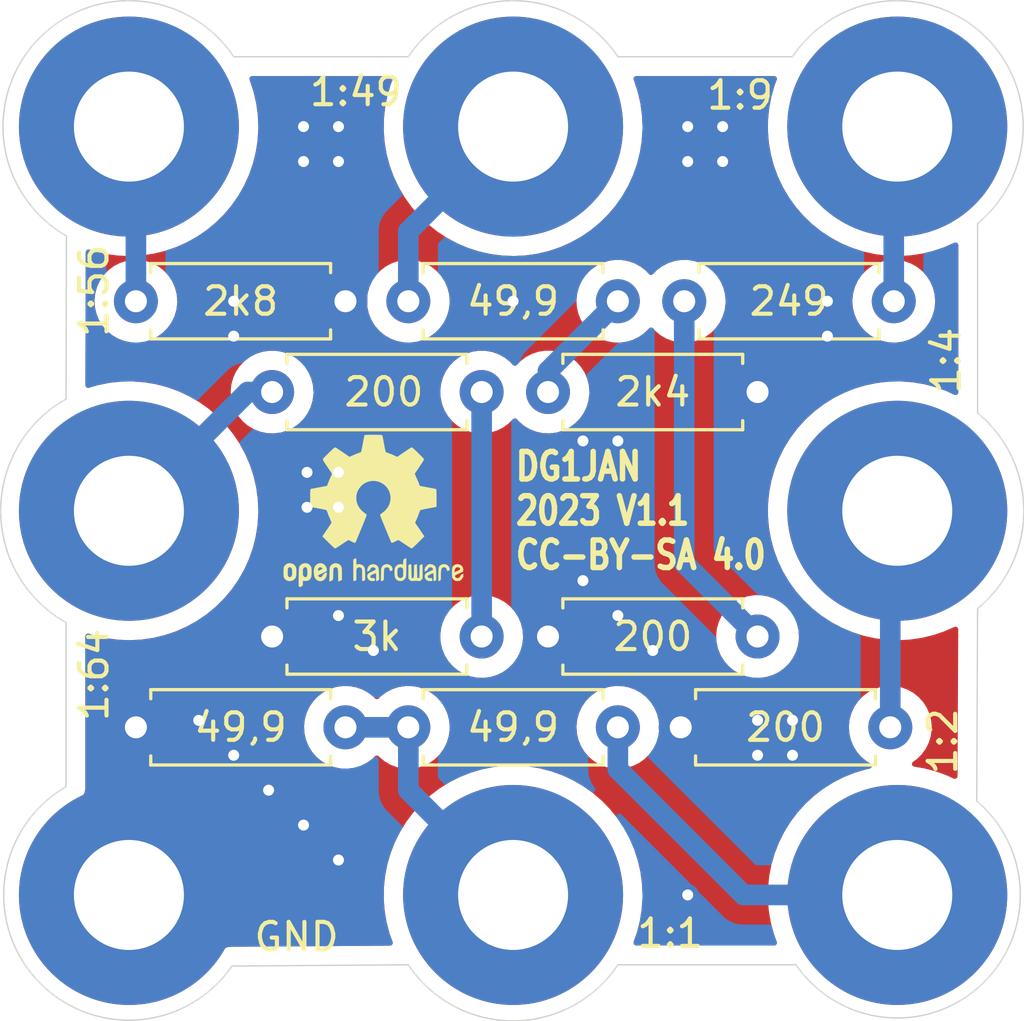
<source format=kicad_pcb>
(kicad_pcb (version 20211014) (generator pcbnew)
  (layers (0 "F.Cu" signal) (31 "B.Cu" signal) (34 "B.Paste" user) (35 "F.Paste" user) (36 "B.SilkS" user "B.Silkscreen") (37 "F.SilkS" user "F.Silkscreen") (38 "B.Mask" user) (39 "F.Mask" user) (44 "Edge.Cuts" user))
  (net 0 "")
  (net 1 "Net-(H1-Pad1)")
  (net 2 "Net-(H2-Pad1)")
  (net 3 "Net-(H3-Pad1)")
  (net 4 "Net-(H4-Pad1)")
  (net 5 "Net-(H5-Pad1)")
  (net 6 "Net-(H6-Pad1)")
  (net 7 "Net-(H7-Pad1)")
  (net 8 "Net-(H8-Pad1)")
  (net 9 "Net-(R4-Pad1)")
  (net 10 "Net-(R6-Pad1)")
  (net 11 "Net-(R10-Pad2)")
  (footprint "MountingHole:MountingHole_4mm_Pad" (layer "F.Cu") (at 77.47 116.84)
    (fp_text reference "1:1" (at 5.715 1.397 180) (layer "F.SilkS"))
    (fp_text value "1:1")
    (pad "1" thru_hole circle locked (at 0 0) (size 8 8) (drill 4) (layers *.Cu *.Mask) (net 2 "Net-(H2-Pad1)"))
  )
  (footprint "MountingHole:MountingHole_4mm_Pad" (layer "F.Cu") (at 91.44 116.84)
    (fp_text reference "1:2" (at 1.651 -5.588 90) (layer "F.SilkS"))
    (fp_text value "1:2")
    (pad "1" thru_hole circle locked (at 0 0) (size 8 8) (drill 4) (layers *.Cu *.Mask) (net 3 "Net-(H3-Pad1)"))
  )
  (footprint "MountingHole:MountingHole_4mm_Pad" (layer "F.Cu") (at 77.47 88.9)
    (fp_text reference "1:49" (at -5.715 -1.27) (layer "F.SilkS"))
    (fp_text value "1:49")
    (pad "1" thru_hole circle locked (at 0 0) (size 8 8) (drill 4) (layers *.Cu *.Mask) (net 6 "Net-(H6-Pad1)"))
  )
  (footprint "MountingHole:MountingHole_4mm_Pad" (layer "F.Cu") (at 91.44 88.9)
    (fp_text reference "1:9" (at -5.715 -1.143) (layer "F.SilkS"))
    (fp_text value "1:9")
    (pad "1" thru_hole circle locked (at 0 0) (size 8 8) (drill 4) (layers *.Cu *.Mask) (net 5 "Net-(H5-Pad1)"))
  )
  (footprint "MountingHole:MountingHole_4mm_Pad" (layer "F.Cu") (at 63.5 88.9)
    (fp_text reference "1:56" (at -1.27 5.969 -90) (layer "F.SilkS"))
    (fp_text value "1:56")
    (pad "1" thru_hole circle locked (at 0 0) (size 8 8) (drill 4) (layers *.Cu *.Mask) (net 7 "Net-(H7-Pad1)"))
  )
  (footprint "MountingHole:MountingHole_4mm_Pad" (layer "F.Cu") (at 63.5 102.87)
    (fp_text reference "1:64" (at -1.27 5.969 -90) (layer "F.SilkS"))
    (fp_text value "1:64")
    (pad "1" thru_hole circle locked (at 0 0) (size 8 8) (drill 4) (layers *.Cu *.Mask) (net 8 "Net-(H8-Pad1)"))
  )
  (footprint "MountingHole:MountingHole_4mm_Pad" (layer "F.Cu") (at 63.5 116.84)
    (fp_text reference "GND" (at 6.096 1.524 180) (layer "F.SilkS"))
    (fp_text value "GND")
    (pad "1" thru_hole circle locked (at 0 0) (size 8 8) (drill 4) (layers *.Cu *.Mask) (net 1 "Net-(H1-Pad1)"))
  )
  (footprint "MountingHole:MountingHole_4mm_Pad" (layer "F.Cu") (at 91.44 102.87)
    (fp_text reference "1:4" (at 1.778 -5.461 90) (layer "F.SilkS"))
    (fp_text value "1:4")
    (pad "1" thru_hole circle locked (at 0 0) (size 8 8) (drill 4) (layers *.Cu *.Mask) (net 4 "Net-(H4-Pad1)"))
  )
  (footprint "Resistor_THT:R_Axial_DIN0207_L6.3mm_D2.5mm_P7.62mm_Horizontal" (layer "F.Cu") (at 86.36 107.442 180)
    (fp_text reference "R4" hide)
    (fp_text value "200" (at 3.81 0) (layer "F.SilkS"))
    (fp_line (start 0.54 -1.37) (end 7.08 -1.37) (layer "F.SilkS") (width 0.12))
    (fp_line (start 7.08 1.37) (end 7.08 1.04) (layer "F.SilkS") (width 0.12))
    (fp_line (start 0.54 1.37) (end 7.08 1.37) (layer "F.SilkS") (width 0.12))
    (fp_line (start 7.08 -1.37) (end 7.08 -1.04) (layer "F.SilkS") (width 0.12))
    (fp_line (start 0.54 -1.04) (end 0.54 -1.37) (layer "F.SilkS") (width 0.12))
    (fp_line (start 0.54 1.04) (end 0.54 1.37) (layer "F.SilkS") (width 0.12))
    (pad "1" thru_hole circle locked (at 0 0 180) (size 1.6 1.6) (drill 0.8) (layers *.Cu *.Mask) (net 9 "Net-(R4-Pad1)"))
    (pad "2" thru_hole oval locked (at 7.62 0 180) (size 1.6 1.6) (drill 0.8) (layers *.Cu *.Mask) (net 1 "Net-(H1-Pad1)"))
  )
  (footprint "Resistor_THT:R_Axial_DIN0207_L6.3mm_D2.5mm_P7.62mm_Horizontal" (layer "F.Cu") (at 71.374 110.744 180)
    (fp_text reference "R1" hide)
    (fp_text value "49,9" (at 3.81 0) (layer "F.SilkS"))
    (fp_line (start 0.54 1.04) (end 0.54 1.37) (layer "F.SilkS") (width 0.12))
    (fp_line (start 7.08 -1.37) (end 7.08 -1.04) (layer "F.SilkS") (width 0.12))
    (fp_line (start 0.54 -1.37) (end 7.08 -1.37) (layer "F.SilkS") (width 0.12))
    (fp_line (start 7.08 1.37) (end 7.08 1.04) (layer "F.SilkS") (width 0.12))
    (fp_line (start 0.54 1.37) (end 7.08 1.37) (layer "F.SilkS") (width 0.12))
    (fp_line (start 0.54 -1.04) (end 0.54 -1.37) (layer "F.SilkS") (width 0.12))
    (pad "1" thru_hole circle locked (at 0 0 180) (size 1.6 1.6) (drill 0.8) (layers *.Cu *.Mask) (net 2 "Net-(H2-Pad1)"))
    (pad "2" thru_hole oval locked (at 7.62 0 180) (size 1.6 1.6) (drill 0.8) (layers *.Cu *.Mask) (net 1 "Net-(H1-Pad1)"))
  )
  (footprint "Resistor_THT:R_Axial_DIN0207_L6.3mm_D2.5mm_P7.62mm_Horizontal" (layer "F.Cu") (at 91.313 95.25 180)
    (fp_text reference "R5" hide)
    (fp_text value "249" (at 3.81 0) (layer "F.SilkS"))
    (fp_line (start 0.54 -1.37) (end 7.08 -1.37) (layer "F.SilkS") (width 0.12))
    (fp_line (start 0.54 1.04) (end 0.54 1.37) (layer "F.SilkS") (width 0.12))
    (fp_line (start 7.08 -1.37) (end 7.08 -1.04) (layer "F.SilkS") (width 0.12))
    (fp_line (start 7.08 1.37) (end 7.08 1.04) (layer "F.SilkS") (width 0.12))
    (fp_line (start 0.54 -1.04) (end 0.54 -1.37) (layer "F.SilkS") (width 0.12))
    (fp_line (start 0.54 1.37) (end 7.08 1.37) (layer "F.SilkS") (width 0.12))
    (pad "1" thru_hole circle locked (at 0 0 180) (size 1.6 1.6) (drill 0.8) (layers *.Cu *.Mask) (net 5 "Net-(H5-Pad1)"))
    (pad "2" thru_hole oval locked (at 7.62 0 180) (size 1.6 1.6) (drill 0.8) (layers *.Cu *.Mask) (net 9 "Net-(R4-Pad1)"))
  )
  (footprint "Resistor_THT:R_Axial_DIN0207_L6.3mm_D2.5mm_P7.62mm_Horizontal" (layer "F.Cu") (at 78.74 98.552)
    (fp_text reference "R6" hide)
    (fp_text value "2k4" (at 3.81 0) (layer "F.SilkS"))
    (fp_line (start 7.08 1.37) (end 7.08 1.04) (layer "F.SilkS") (width 0.12))
    (fp_line (start 7.08 -1.37) (end 7.08 -1.04) (layer "F.SilkS") (width 0.12))
    (fp_line (start 0.54 -1.04) (end 0.54 -1.37) (layer "F.SilkS") (width 0.12))
    (fp_line (start 0.54 1.04) (end 0.54 1.37) (layer "F.SilkS") (width 0.12))
    (fp_line (start 0.54 -1.37) (end 7.08 -1.37) (layer "F.SilkS") (width 0.12))
    (fp_line (start 0.54 1.37) (end 7.08 1.37) (layer "F.SilkS") (width 0.12))
    (pad "1" thru_hole circle locked (at 0 0) (size 1.6 1.6) (drill 0.8) (layers *.Cu *.Mask) (net 10 "Net-(R6-Pad1)"))
    (pad "2" thru_hole oval locked (at 7.62 0) (size 1.6 1.6) (drill 0.8) (layers *.Cu *.Mask) (net 1 "Net-(H1-Pad1)"))
  )
  (footprint "Resistor_THT:R_Axial_DIN0207_L6.3mm_D2.5mm_P7.62mm_Horizontal" (layer "F.Cu") (at 73.66 95.25)
    (fp_text reference "R7" hide)
    (fp_text value "49,9" (at 3.81 0) (layer "F.SilkS"))
    (fp_line (start 0.54 1.37) (end 7.08 1.37) (layer "F.SilkS") (width 0.12))
    (fp_line (start 0.54 -1.37) (end 7.08 -1.37) (layer "F.SilkS") (width 0.12))
    (fp_line (start 0.54 1.04) (end 0.54 1.37) (layer "F.SilkS") (width 0.12))
    (fp_line (start 7.08 -1.37) (end 7.08 -1.04) (layer "F.SilkS") (width 0.12))
    (fp_line (start 0.54 -1.04) (end 0.54 -1.37) (layer "F.SilkS") (width 0.12))
    (fp_line (start 7.08 1.37) (end 7.08 1.04) (layer "F.SilkS") (width 0.12))
    (pad "1" thru_hole circle locked (at 0 0) (size 1.6 1.6) (drill 0.8) (layers *.Cu *.Mask) (net 6 "Net-(H6-Pad1)"))
    (pad "2" thru_hole oval locked (at 7.62 0) (size 1.6 1.6) (drill 0.8) (layers *.Cu *.Mask) (net 10 "Net-(R6-Pad1)"))
  )
  (footprint "Resistor_THT:R_Axial_DIN0207_L6.3mm_D2.5mm_P7.62mm_Horizontal" (layer "F.Cu") (at 63.754 95.25)
    (fp_text reference "R8" hide)
    (fp_text value "2k8" (at 3.81 0) (layer "F.SilkS"))
    (fp_line (start 0.54 -1.37) (end 7.08 -1.37) (layer "F.SilkS") (width 0.12))
    (fp_line (start 0.54 1.37) (end 7.08 1.37) (layer "F.SilkS") (width 0.12))
    (fp_line (start 7.08 -1.37) (end 7.08 -1.04) (layer "F.SilkS") (width 0.12))
    (fp_line (start 0.54 1.04) (end 0.54 1.37) (layer "F.SilkS") (width 0.12))
    (fp_line (start 7.08 1.37) (end 7.08 1.04) (layer "F.SilkS") (width 0.12))
    (fp_line (start 0.54 -1.04) (end 0.54 -1.37) (layer "F.SilkS") (width 0.12))
    (pad "1" thru_hole circle locked (at 0 0) (size 1.6 1.6) (drill 0.8) (layers *.Cu *.Mask) (net 7 "Net-(H7-Pad1)"))
    (pad "2" thru_hole oval locked (at 7.62 0) (size 1.6 1.6) (drill 0.8) (layers *.Cu *.Mask) (net 1 "Net-(H1-Pad1)"))
  )
  (footprint "Resistor_THT:R_Axial_DIN0207_L6.3mm_D2.5mm_P7.62mm_Horizontal" (layer "F.Cu") (at 76.327 107.442 180)
    (fp_text reference "R9" hide)
    (fp_text value "3k" (at 3.81 0) (layer "F.SilkS"))
    (fp_line (start 7.08 -1.37) (end 7.08 -1.04) (layer "F.SilkS") (width 0.12))
    (fp_line (start 7.08 1.37) (end 7.08 1.04) (layer "F.SilkS") (width 0.12))
    (fp_line (start 0.54 1.04) (end 0.54 1.37) (layer "F.SilkS") (width 0.12))
    (fp_line (start 0.54 1.37) (end 7.08 1.37) (layer "F.SilkS") (width 0.12))
    (fp_line (start 0.54 -1.37) (end 7.08 -1.37) (layer "F.SilkS") (width 0.12))
    (fp_line (start 0.54 -1.04) (end 0.54 -1.37) (layer "F.SilkS") (width 0.12))
    (pad "1" thru_hole circle locked (at 0 0 180) (size 1.6 1.6) (drill 0.8) (layers *.Cu *.Mask) (net 11 "Net-(R10-Pad2)"))
    (pad "2" thru_hole oval locked (at 7.62 0 180) (size 1.6 1.6) (drill 0.8) (layers *.Cu *.Mask) (net 1 "Net-(H1-Pad1)"))
  )
  (footprint "Resistor_THT:R_Axial_DIN0207_L6.3mm_D2.5mm_P7.62mm_Horizontal" (layer "F.Cu") (at 91.186 110.744 180)
    (fp_text reference "R3" hide)
    (fp_text value "200" (at 3.81 0) (layer "F.SilkS"))
    (fp_line (start 0.54 -1.37) (end 7.08 -1.37) (layer "F.SilkS") (width 0.12))
    (fp_line (start 0.54 1.37) (end 7.08 1.37) (layer "F.SilkS") (width 0.12))
    (fp_line (start 7.08 -1.37) (end 7.08 -1.04) (layer "F.SilkS") (width 0.12))
    (fp_line (start 7.08 1.37) (end 7.08 1.04) (layer "F.SilkS") (width 0.12))
    (fp_line (start 0.54 1.04) (end 0.54 1.37) (layer "F.SilkS") (width 0.12))
    (fp_line (start 0.54 -1.04) (end 0.54 -1.37) (layer "F.SilkS") (width 0.12))
    (pad "1" thru_hole circle locked (at 0 0 180) (size 1.6 1.6) (drill 0.8) (layers *.Cu *.Mask) (net 4 "Net-(H4-Pad1)"))
    (pad "2" thru_hole oval locked (at 7.62 0 180) (size 1.6 1.6) (drill 0.8) (layers *.Cu *.Mask) (net 1 "Net-(H1-Pad1)"))
  )
  (footprint "Resistor_THT:R_Axial_DIN0207_L6.3mm_D2.5mm_P7.62mm_Horizontal" (layer "F.Cu") (at 81.28 110.744 180)
    (fp_text reference "R2" hide)
    (fp_text value "49,9" (at 3.81 0) (layer "F.SilkS"))
    (fp_line (start 7.08 1.37) (end 7.08 1.04) (layer "F.SilkS") (width 0.12))
    (fp_line (start 0.54 1.37) (end 7.08 1.37) (layer "F.SilkS") (width 0.12))
    (fp_line (start 0.54 -1.37) (end 7.08 -1.37) (layer "F.SilkS") (width 0.12))
    (fp_line (start 0.54 1.04) (end 0.54 1.37) (layer "F.SilkS") (width 0.12))
    (fp_line (start 7.08 -1.37) (end 7.08 -1.04) (layer "F.SilkS") (width 0.12))
    (fp_line (start 0.54 -1.04) (end 0.54 -1.37) (layer "F.SilkS") (width 0.12))
    (pad "1" thru_hole circle locked (at 0 0 180) (size 1.6 1.6) (drill 0.8) (layers *.Cu *.Mask) (net 3 "Net-(H3-Pad1)"))
    (pad "2" thru_hole oval locked (at 7.62 0 180) (size 1.6 1.6) (drill 0.8) (layers *.Cu *.Mask) (net 2 "Net-(H2-Pad1)"))
  )
  (footprint "Resistor_THT:R_Axial_DIN0207_L6.3mm_D2.5mm_P7.62mm_Horizontal" (layer "F.Cu") (at 68.707 98.552)
    (fp_text reference "R10" hide)
    (fp_text value "200" (at 4.064 0) (layer "F.SilkS"))
    (fp_line (start 0.54 1.37) (end 7.08 1.37) (layer "F.SilkS") (width 0.12))
    (fp_line (start 0.54 -1.37) (end 7.08 -1.37) (layer "F.SilkS") (width 0.12))
    (fp_line (start 7.08 -1.37) (end 7.08 -1.04) (layer "F.SilkS") (width 0.12))
    (fp_line (start 7.08 1.37) (end 7.08 1.04) (layer "F.SilkS") (width 0.12))
    (fp_line (start 0.54 1.04) (end 0.54 1.37) (layer "F.SilkS") (width 0.12))
    (fp_line (start 0.54 -1.04) (end 0.54 -1.37) (layer "F.SilkS") (width 0.12))
    (pad "1" thru_hole circle locked (at 0 0) (size 1.6 1.6) (drill 0.8) (layers *.Cu *.Mask) (net 8 "Net-(H8-Pad1)"))
    (pad "2" thru_hole oval locked (at 7.62 0) (size 1.6 1.6) (drill 0.8) (layers *.Cu *.Mask) (net 11 "Net-(R10-Pad2)"))
  )
  (footprint "Symbol:OSHW-Logo2_7.3x6mm_SilkScreen" (layer "F.Cu") (at 72.39 102.87)
    (fp_text reference "REF**" hide)
    (fp_text value "OSHW-Logo2_7.3x6mm_SilkScreen" hide)
    (fp_poly (pts (xy -1.831697 1.931239) (xy -1.774473 1.969735) (xy -1.730251 2.025335) (xy -1.703833 2.096086) (xy -1.69849 2.148162) (xy -1.699097 2.169893) (xy -1.704178 2.186531) (xy -1.718145 2.201437) (xy -1.745411 2.217973) (xy -1.790388 2.239498) (xy -1.857489 2.269374) (xy -1.857829 2.269524) (xy -1.919593 2.297813) (xy -1.970241 2.322933) (xy -2.004596 2.342179) (xy -2.017482 2.352848) (xy -2.017486 2.352934) (xy -2.006128 2.376166) (xy -1.979569 2.401774) (xy -1.949077 2.420221) (xy -1.93363 2.423886) (xy -1.891485 2.411212) (xy -1.855192 2.379471) (xy -1.837483 2.344572) (xy -1.820448 2.318845) (xy -1.787078 2.289546) (xy -1.747851 2.264235) (xy -1.713244 2.250471) (xy -1.706007 2.249714) (xy -1.697861 2.26216) (xy -1.69737 2.293972) (xy -1.703357 2.336866) (xy -1.714643 2.382558) (xy -1.73005 2.422761) (xy -1.730829 2.424322) (xy -1.777196 2.489062) (xy -1.837289 2.533097) (xy -1.905535 2.554711) (xy -1.976362 2.552185) (xy -2.044196 2.523804) (xy -2.047212 2.521808) (xy -2.100573 2.473448) (xy -2.13566 2.410352) (xy -2.155078 2.327387) (xy -2.157684 2.304078) (xy -2.162299 2.194055) (xy -2.156767 2.142748) (xy -2.017486 2.142748) (xy -2.015676 2.174753) (xy -2.005778 2.184093) (xy -1.981102 2.177105) (xy -1.942205 2.160587) (xy -1.898725 2.139881) (xy -1.897644 2.139333) (xy -1.860791 2.119949) (xy -1.846 2.107013) (xy -1.849647 2.093451) (xy -1.865005 2.075632) (xy -1.904077 2.049845) (xy -1.946154 2.04795) (xy -1.983897 2.066717) (xy -2.009966 2.102915) (xy -2.017486 2.142748) (xy -2.156767 2.142748) (xy -2.152806 2.106027) (xy -2.12845 2.036212) (xy -2.094544 1.987302) (xy -2.033347 1.937878) (xy -1.965937 1.913359) (xy -1.89712 1.911797) (xy -1.831697 1.931239)) (layer "F.SilkS") (width 0.01) (fill solid))
    (fp_poly (pts (xy 2.6526 1.958752) (xy 2.669948 1.966334) (xy 2.711356 1.999128) (xy 2.746765 2.046547) (xy 2.768664 2.097151) (xy 2.772229 2.122098) (xy 2.760279 2.156927) (xy 2.734067 2.175357) (xy 2.705964 2.186516) (xy 2.693095 2.188572) (xy 2.686829 2.173649) (xy 2.674456 2.141175) (xy 2.669028 2.126502) (xy 2.63859 2.075744) (xy 2.59452 2.050427) (xy 2.53801 2.051206) (xy 2.533825 2.052203) (xy 2.503655 2.066507) (xy 2.481476 2.094393) (xy 2.466327 2.139287) (xy 2.45725 2.204615) (xy 2.453286 2.293804) (xy 2.452914 2.341261) (xy 2.45273 2.416071) (xy 2.451522 2.467069) (xy 2.448309 2.499471) (xy 2.442109 2.518495) (xy 2.43194 2.529356) (xy 2.416819 2.537272) (xy 2.415946 2.53767) (xy 2.386828 2.549981) (xy 2.372403 2.554514) (xy 2.370186 2.540809) (xy 2.368289 2.502925) (xy 2.366847 2.445715) (xy 2.365998 2.374027) (xy 2.365829 2.321565) (xy 2.366692 2.220047) (xy 2.37007 2.143032) (xy 2.377142 2.086023) (xy 2.389088 2.044526) (xy 2.40709 2.014043) (xy 2.432327 1.99008) (xy 2.457247 1.973355) (xy 2.517171 1.951097) (xy 2.586911 1.946076) (xy 2.6526 1.958752)) (layer "F.SilkS") (width 0.01) (fill solid))
    (fp_poly (pts (xy 0.039744 1.950968) (xy 0.096616 1.972087) (xy 0.097267 1.972493) (xy 0.13244 1.99838) (xy 0.158407 2.028633) (xy 0.17667 2.068058) (xy 0.188732 2.121462) (xy 0.196096 2.193651) (xy 0.200264 2.289432) (xy 0.200629 2.303078) (xy 0.205876 2.508842) (xy 0.161716 2.531678) (xy 0.129763 2.54711) (xy 0.11047 2.554423) (xy 0.109578 2.554514) (xy 0.106239 2.541022) (xy 0.103587 2.504626) (xy 0.101956 2.451452) (xy 0.1016 2.408393) (xy 0.101592 2.338641) (xy 0.098403 2.294837) (xy 0.087288 2.273944) (xy 0.063501 2.272925) (xy 0.022296 2.288741) (xy -0.039914 2.317815) (xy -0.085659 2.341963) (xy -0.109187 2.362913) (xy -0.116104 2.385747) (xy -0.116114 2.386877) (xy -0.104701 2.426212) (xy -0.070908 2.447462) (xy -0.019191 2.450539) (xy 0.018061 2.450006) (xy 0.037703 2.460735) (xy 0.049952 2.486505) (xy 0.057002 2.519337) (xy 0.046842 2.537966) (xy 0.043017 2.540632) (xy 0.007001 2.55134) (xy -0.043434 2.552856) (xy -0.095374 2.545759) (xy -0.132178 2.532788) (xy -0.183062 2.489585) (xy -0.211986 2.429446) (xy -0.217714 2.382462) (xy -0.213343 2.340082) (xy -0.197525 2.305488) (xy -0.166203 2.274763) (xy -0.115322 2.24399) (xy -0.040824 2.209252) (xy -0.036286 2.207288) (xy 0.030821 2.176287) (xy 0.072232 2.150862) (xy 0.089981 2.128014) (xy 0.086107 2.104745) (xy 0.062643 2.078056) (xy 0.055627 2.071914) (xy 0.00863 2.0481) (xy -0.040067 2.049103) (xy -0.082478 2.072451) (xy -0.110616 2.115675) (xy -0.113231 2.12416) (xy -0.138692 2.165308) (xy -0.170999 2.185128) (xy -0.217714 2.20477) (xy -0.217714 2.15395) (xy -0.203504 2.080082) (xy -0.161325 2.012327) (xy -0.139376 1.989661) (xy -0.089483 1.960569) (xy -0.026033 1.9474) (xy 0.039744 1.950968)) (layer "F.SilkS") (width 0.01) (fill solid))
    (fp_poly (pts (xy 3.153595 1.966966) (xy 3.211021 2.004497) (xy 3.238719 2.038096) (xy 3.260662 2.099064) (xy 3.262405 2.147308) (xy 3.258457 2.211816) (xy 3.109686 2.276934) (xy 3.037349 2.310202) (xy 2.990084 2.336964) (xy 2.965507 2.360144) (xy 2.961237 2.382667) (xy 2.974889 2.407455) (xy 2.989943 2.423886) (xy 3.033746 2.450235) (xy 3.081389 2.452081) (xy 3.125145 2.431546) (xy 3.157289 2.390752) (xy 3.163038 2.376347) (xy 3.190576 2.331356) (xy 3.222258 2.312182) (xy 3.265714 2.295779) (xy 3.265714 2.357966) (xy 3.261872 2.400283) (xy 3.246823 2.435969) (xy 3.21528 2.476943) (xy 3.210592 2.482267) (xy 3.175506 2.51872) (xy 3.145347 2.538283) (xy 3.107615 2.547283) (xy 3.076335 2.55023) (xy 3.020385 2.550965) (xy 2.980555 2.54166) (xy 2.955708 2.527846) (xy 2.916656 2.497467) (xy 2.889625 2.464613) (xy 2.872517 2.423294) (xy 2.863238 2.367521) (xy 2.859693 2.291305) (xy 2.85941 2.252622) (xy 2.860372 2.206247) (xy 2.948007 2.206247) (xy 2.949023 2.231126) (xy 2.951556 2.2352) (xy 2.968274 2.229665) (xy 3.004249 2.215017) (xy 3.052331 2.19419) (xy 3.062386 2.189714) (xy 3.123152 2.158814) (xy 3.156632 2.131657) (xy 3.16399 2.10622) (xy 3.146391 2.080481) (xy 3.131856 2.069109) (xy 3.07941 2.046364) (xy 3.030322 2.050122) (xy 2.989227 2.077884) (xy 2.960758 2.127152) (xy 2.951631 2.166257) (xy 2.948007 2.206247) (xy 2.860372 2.206247) (xy 2.861285 2.162249) (xy 2.868196 2.095384) (xy 2.881884 2.046695) (xy 2.904096 2.010849) (xy 2.936574 1.982513) (xy 2.950733 1.973355) (xy 3.015053 1.949507) (xy 3.085473 1.948006) (xy 3.153595 1.966966)) (layer "F.SilkS") (width 0.01) (fill solid))
    (fp_poly (pts (xy 0.10391 -2.757652) (xy 0.182454 -2.757222) (xy 0.239298 -2.756058) (xy 0.278105 -2.753793) (xy 0.302538 -2.75006) (xy 0.316262 -2.744494) (xy 0.32294 -2.736727) (xy 0.326236 -2.726395) (xy 0.326556 -2.725057) (xy 0.331562 -2.700921) (xy 0.340829 -2.653299) (xy 0.353392 -2.587259) (xy 0.368287 -2.507872) (xy 0.384551 -2.420204) (xy 0.385119 -2.417125) (xy 0.40141 -2.331211) (xy 0.416652 -2.255304) (xy 0.429861 -2.193955) (xy 0.440054 -2.151718) (xy 0.446248 -2.133145) (xy 0.446543 -2.132816) (xy 0.464788 -2.123747) (xy 0.502405 -2.108633) (xy 0.551271 -2.090738) (xy 0.551543 -2.090642) (xy 0.613093 -2.067507) (xy 0.685657 -2.038035) (xy 0.754057 -2.008403) (xy 0.757294 -2.006938) (xy 0.868702 -1.956374) (xy 1.115399 -2.12484) (xy 1.191077 -2.176197) (xy 1.259631 -2.222111) (xy 1.317088 -2.25997) (xy 1.359476 -2.287163) (xy 1.382825 -2.301079) (xy 1.385042 -2.302111) (xy 1.40201 -2.297516) (xy 1.433701 -2.275345) (xy 1.481352 -2.234553) (xy 1.546198 -2.174095) (xy 1.612397 -2.109773) (xy 1.676214 -2.046388) (xy 1.733329 -1.988549) (xy 1.780305 -1.939825) (xy 1.813703 -1.90379) (xy 1.830085 -1.884016) (xy 1.830694 -1.882998) (xy 1.832505 -1.869428) (xy 1.825683 -1.847267) (xy 1.80854 -1.813522) (xy 1.779393 -1.7652) (xy 1.736555 -1.699308) (xy 1.679448 -1.614483) (xy 1.628766 -1.539823) (xy 1.583461 -1.47286) (xy 1.54615 -1.417484) (xy 1.519452 -1.37758) (xy 1.505985 -1.357038) (xy 1.505137 -1.355644) (xy 1.506781 -1.335962) (xy 1.519245 -1.297707) (xy 1.540048 -1.248111) (xy 1.547462 -1.232272) (xy 1.579814 -1.16171) (xy 1.614328 -1.081647) (xy 1.642365 -1.012371) (xy 1.662568 -0.960955) (xy 1.678615 -0.921881) (xy 1.687888 -0.901459) (xy 1.689041 -0.899886) (xy 1.706096 -0.897279) (xy 1.746298 -0.890137) (xy 1.804302 -0.879477) (xy 1.874763 -0.866315) (xy 1.952335 -0.851667) (xy 2.031672 -0.836551) (xy 2.107431 -0.821982) (xy 2.174264 -0.808978) (xy 2.226828 -0.798555) (xy 2.259776 -0.79173) (xy 2.267857 -0.789801) (xy 2.276205 -0.785038) (xy 2.282506 -0.774282) (xy 2.287045 -0.753902) (xy 2.290104 -0.720266) (xy 2.291967 -0.669745) (xy 2.292918 -0.598708) (xy 2.29324 -0.503524) (xy 2.293257 -0.464508) (xy 2.293257 -0.147201) (xy 2.217057 -0.132161) (xy 2.174663 -0.124005) (xy 2.1114 -0.112101) (xy 2.034962 -0.097884) (xy 1.953043 -0.08279) (xy 1.9304 -0.078645) (xy 1.854806 -0.063947) (xy 1.788953 -0.049495) (xy 1.738366 -0.036625) (xy 1.708574 -0.026678) (xy 1.703612 -0.023713) (xy 1.691426 -0.002717) (xy 1.673953 0.037967) (xy 1.654577 0.090322) (xy 1.650734 0.1016) (xy 1.625339 0.171523) (xy 1.593817 0.250418) (xy 1.562969 0.321266) (xy 1.562817 0.321595) (xy 1.511447 0.432733) (xy 1.680399 0.681253) (xy 1.849352 0.929772) (xy 1.632429 1.147058) (xy 1.566819 1.211726) (xy 1.506979 1.268733) (xy 1.456267 1.315033) (xy 1.418046 1.347584) (xy 1.395675 1.363343) (xy 1.392466 1.364343) (xy 1.373626 1.356469) (xy 1.33518 1.334578) (xy 1.28133 1.301267) (xy 1.216276 1.259131) (xy 1.14594 1.211943) (xy 1.074555 1.16381) (xy 1.010908 1.121928) (xy 0.959041 1.088871) (xy 0.922995 1.067218) (xy 0.906867 1.059543) (xy 0.887189 1.066037) (xy 0.849875 1.08315) (xy 0.802621 1.107326) (xy 0.797612 1.110013) (xy 0.733977 1.141927) (xy 0.690341 1.157579) (xy 0.663202 1.157745) (xy 0.649057 1.143204) (xy 0.648975 1.143) (xy 0.641905 1.125779) (xy 0.625042 1.084899) (xy 0.599695 1.023525) (xy 0.567171 0.944819) (xy 0.528778 0.851947) (xy 0.485822 0.748072) (xy 0.444222 0.647502) (xy 0.398504 0.536516) (xy 0.356526 0.433703) (xy 0.319548 0.342215) (xy 0.288827 0.265201) (xy 0.265622 0.205815) (xy 0.25119 0.167209) (xy 0.246743 0.1528) (xy 0.257896 0.136272) (xy 0.287069 0.10993) (xy 0.325971 0.080887) (xy 0.436757 -0.010961) (xy 0.523351 -0.116241) (xy 0.584716 -0.232734) (xy 0.619815 -0.358224) (xy 0.627608 -0.490493) (xy 0.621943 -0.551543) (xy 0.591078 -0.678205) (xy 0.53792 -0.790059) (xy 0.465767 -0.885999) (xy 0.377917 -0.964924) (xy 0.277665 -1.02573) (xy 0.16831 -1.067313) (xy 0.053147 -1.088572) (xy -0.064525 -1.088401) (xy -0.18141 -1.065699) (xy -0.294211 -1.019362) (xy -0.399631 -0.948287) (xy -0.443632 -0.908089) (xy -0.528021 -0.804871) (xy -0.586778 -0.692075) (xy -0.620296 -0.57299) (xy -0.628965 -0.450905) (xy -0.613177 -0.329107) (xy -0.573322 -0.210884) (xy -0.509793 -0.099525) (xy -0.422979 0.001684) (xy -0.325971 0.080887) (xy -0.285563 0.111162) (xy -0.257018 0.137219) (xy -0.246743 0.152825) (xy -0.252123 0.169843) (xy -0.267425 0.2105) (xy -0.291388 0.271642) (xy -0.322756 0.350119) (xy -0.360268 0.44278) (xy -0.402667 0.546472) (xy -0.444337 0.647526) (xy -0.49031 0.758607) (xy -0.532893 0.861541) (xy -0.570779 0.953165) (xy -0.60266 1.030316) (xy -0.627229 1.089831) (xy -0.64318 1.128544) (xy -0.64909 1.143) (xy -0.663052 1.157685) (xy -0.69006 1.157642) (xy -0.733587 1.142099) (xy -0.79711 1.110284) (xy -0.797612 1.110013) (xy -0.84544 1.085323) (xy -0.884103 1.067338) (xy -0.905905 1.059614) (xy -0.906867 1.059543) (xy -0.923279 1.067378) (xy -0.959513 1.089165) (xy -1.011526 1.122328) (xy -1.075275 1.164291) (xy -1.14594 1.211943) (xy -1.217884 1.260191) (xy -1.282726 1.302151) (xy -1.336265 1.335227) (xy -1.374303 1.356821) (xy -1.392467 1.364343) (xy -1.409192 1.354457) (xy -1.44282 1.326826) (xy -1.48999 1.284495) (xy -1.547342 1.230505) (xy -1.611516 1.167899) (xy -1.632503 1.146983) (xy -1.849501 0.929623) (xy -1.684332 0.68722) (xy -1.634136 0.612781) (xy -1.590081 0.545972) (xy -1.554638 0.490665) (xy -1.530281 0.450729) (xy -1.519478 0.430036) (xy -1.519162 0.428563) (xy -1.524857 0.409058) (xy -1.540174 0.369822) (xy -1.562463 0.31743) (xy -1.578107 0.282355) (xy -1.607359 0.215201) (xy -1.634906 0.147358) (xy -1.656263 0.090034) (xy -1.662065 0.072572) (xy -1.678548 0.025938) (xy -1.69466 -0.010095) (xy -1.70351 -0.023713) (xy -1.72304 -0.032048) (xy -1.765666 -0.043863) (xy -1.825855 -0.057819) (xy -1.898078 -0.072578) (xy -1.9304 -0.078645) (xy -2.012478 -0.093727) (xy -2.091205 -0.108331) (xy -2.158891 -0.12102) (xy -2.20784 -0.130358) (xy -2.217057 -0.132161) (xy -2.293257 -0.147201) (xy -2.293257 -0.464508) (xy -2.293086 -0.568846) (xy -2.292384 -0.647787) (xy -2.290866 -0.704962) (xy -2.288251 -0.744001) (xy -2.284254 -0.768535) (xy -2.278591 -0.782195) (xy -2.27098 -0.788611) (xy -2.267857 -0.789801) (xy -2.249022 -0.79402) (xy -2.207412 -0.802438) (xy -2.14837 -0.814039) (xy -2.077243 -0.827805) (xy -1.999375 -0.84272) (xy -1.920113 -0.857768) (xy -1.844802 -0.871931) (xy -1.778787 -0.884194) (xy -1.727413 -0.893539) (xy -1.696025 -0.89895) (xy -1.689041 -0.899886) (xy -1.682715 -0.912404) (xy -1.66871 -0.945754) (xy -1.649645 -0.993623) (xy -1.642366 -1.012371) (xy -1.613004 -1.084805) (xy -1.578429 -1.16483) (xy -1.547463 -1.232272) (xy -1.524677 -1.283841) (xy -1.509518 -1.326215) (xy -1.504458 -1.352166) (xy -1.505264 -1.355644) (xy -1.515959 -1.372064) (xy -1.54038 -1.408583) (xy -1.575905 -1.461313) (xy -1.619913 -1.526365) (xy -1.669783 -1.599849) (xy -1.679644 -1.614355) (xy -1.737508 -1.700296) (xy -1.780044 -1.765739) (xy -1.808946 -1.813696) (xy -1.82591 -1.84718) (xy -1.832633 -1.869205) (xy -1.83081 -1.882783) (xy -1.830764 -1.882869) (xy -1.816414 -1.900703) (xy -1.784677 -1.935183) (xy -1.73899 -1.982732) (xy -1.682796 -2.039778) (xy -1.619532 -2.102745) (xy -1.612398 -2.109773) (xy -1.53267 -2.18698) (xy -1.471143 -2.24367) (xy -1.426579 -2.28089) (xy -1.397743 -2.299685) (xy -1.385042 -2.302111) (xy -1.366506 -2.291529) (xy -1.328039 -2.267084) (xy -1.273614 -2.231388) (xy -1.207202 -2.187053) (xy -1.132775 -2.136689) (xy -1.115399 -2.12484) (xy -0.868703 -1.956374) (xy -0.757294 -2.006938) (xy -0.689543 -2.036405) (xy -0.616817 -2.066041) (xy -0.554297 -2.08967) (xy -0.551543 -2.090642) (xy -0.50264 -2.108543) (xy -0.464943 -2.12368) (xy -0.446575 -2.13279) (xy -0.446544 -2.132816) (xy -0.440715 -2.149283) (xy -0.430808 -2.189781) (xy -0.417805 -2.249758) (xy -0.402691 -2.32466) (xy -0.386448 -2.409936) (xy -0.385119 -2.417125) (xy -0.368825 -2.504986) (xy -0.353867 -2.58474) (xy -0.341209 -2.651319) (xy -0.331814 -2.699653) (xy -0.326646 -2.724675) (xy -0.326556 -2.725057) (xy -0.323411 -2.735701) (xy -0.317296 -2.743738) (xy -0.304547 -2.749533) (xy -0.2815 -2.753453) (xy -0.244491 -2.755865) (xy -0.189856 -2.757135) (xy -0.113933 -2.757629) (xy -0.013056 -2.757714) (xy 0 -2.757714) (xy 0.10391 -2.757652)) (layer "F.SilkS") (width 0.01) (fill solid))
    (fp_poly (pts (xy 1.779833 1.958663) (xy 1.782048 1.99685) (xy 1.783784 2.054886) (xy 1.784899 2.12818) (xy 1.785257 2.205055) (xy 1.785257 2.465196) (xy 1.739326 2.511127) (xy 1.707675 2.539429) (xy 1.67989 2.550893) (xy 1.641915 2.550168) (xy 1.62684 2.548321) (xy 1.579726 2.542948) (xy 1.540756 2.539869) (xy 1.531257 2.539585) (xy 1.499233 2.541445) (xy 1.453432 2.546114) (xy 1.435674 2.548321) (xy 1.392057 2.551735) (xy 1.362745 2.54432) (xy 1.33368 2.521427) (xy 1.323188 2.511127) (xy 1.277257 2.465196) (xy 1.277257 1.978602) (xy 1.314226 1.961758) (xy 1.346059 1.949282) (xy 1.364683 1.944914) (xy 1.369458 1.958718) (xy 1.373921 1.997286) (xy 1.377775 2.056356) (xy 1.380722 2.131663) (xy 1.382143 2.195286) (xy 1.386114 2.445657) (xy 1.420759 2.450556) (xy 1.452268 2.447131) (xy 1.467708 2.436041) (xy 1.472023 2.415308) (xy 1.475708 2.371145) (xy 1.478469 2.309146) (xy 1.480012 2.234909) (xy 1.480235 2.196706) (xy 1.480457 1.976783) (xy 1.526166 1.960849) (xy 1.558518 1.950015) (xy 1.576115 1.944962) (xy 1.576623 1.944914) (xy 1.578388 1.958648) (xy 1.580329 1.99673) (xy 1.582282 2.054482) (xy 1.584084 2.127227) (xy 1.585343 2.195286) (xy 1.589314 2.445657) (xy 1.6764 2.445657) (xy 1.680396 2.21724) (xy 1.684392 1.988822) (xy 1.726847 1.966868) (xy 1.758192 1.951793) (xy 1.776744 1.944951) (xy 1.777279 1.944914) (xy 1.779833 1.958663)) (layer "F.SilkS") (width 0.01) (fill solid))
    (fp_poly (pts (xy 1.190117 2.065358) (xy 1.189933 2.173837) (xy 1.189219 2.257287) (xy 1.187675 2.319704) (xy 1.185001 2.365085) (xy 1.180894 2.397429) (xy 1.175055 2.420733) (xy 1.167182 2.438995) (xy 1.161221 2.449418) (xy 1.111855 2.505945) (xy 1.049264 2.541377) (xy 0.980013 2.55409) (xy 0.910668 2.542463) (xy 0.869375 2.521568) (xy 0.826025 2.485422) (xy 0.796481 2.441276) (xy 0.778655 2.383462) (xy 0.770463 2.306313) (xy 0.769302 2.249714) (xy 0.769458 2.245647) (xy 0.870857 2.245647) (xy 0.871476 2.31055) (xy 0.874314 2.353514) (xy 0.88084 2.381622) (xy 0.892523 2.401953) (xy 0.906483 2.417288) (xy 0.953365 2.44689) (xy 1.003701 2.449419) (xy 1.051276 2.424705) (xy 1.054979 2.421356) (xy 1.070783 2.403935) (xy 1.080693 2.383209) (xy 1.086058 2.352362) (xy 1.088228 2.304577) (xy 1.088571 2.251748) (xy 1.087827 2.185381) (xy 1.084748 2.141106) (xy 1.078061 2.112009) (xy 1.066496 2.091173) (xy 1.057013 2.080107) (xy 1.01296 2.052198) (xy 0.962224 2.048843) (xy 0.913796 2.070159) (xy 0.90445 2.078073) (xy 0.88854 2.095647) (xy 0.87861 2.116587) (xy 0.873278 2.147782) (xy 0.871163 2.196122) (xy 0.870857 2.245647) (xy 0.769458 2.245647) (xy 0.77281 2.158568) (xy 0.784726 2.090086) (xy 0.807135 2.0386) (xy 0.842124 1.998443) (xy 0.869375 1.977861) (xy 0.918907 1.955625) (xy 0.976316 1.945304) (xy 1.029682 1.948067) (xy 1.059543 1.959212) (xy 1.071261 1.962383) (xy 1.079037 1.950557) (xy 1.084465 1.918866) (xy 1.088571 1.870593) (xy 1.093067 1.816829) (xy 1.099313 1.784482) (xy 1.110676 1.765985) (xy 1.130528 1.75377) (xy 1.143 1.748362) (xy 1.190171 1.728601) (xy 1.190117 2.065358)) (layer "F.SilkS") (width 0.01) (fill solid))
    (fp_poly (pts (xy -1.283907 1.92778) (xy -1.237328 1.954723) (xy -1.204943 1.981466) (xy -1.181258 2.009484) (xy -1.164941 2.043748) (xy -1.154661 2.089227) (xy -1.149086 2.150892) (xy -1.146884 2.233711) (xy -1.146629 2.293246) (xy -1.146629 2.512391) (xy -1.208314 2.540044) (xy -1.27 2.567697) (xy -1.277257 2.32767) (xy -1.280256 2.238028) (xy -1.283402 2.172962) (xy -1.287299 2.128026) (xy -1.292553 2.09877) (xy -1.299769 2.080748) (xy -1.30955 2.069511) (xy -1.312688 2.067079) (xy -1.360239 2.048083) (xy -1.408303 2.0556) (xy -1.436914 2.075543) (xy -1.448553 2.089675) (xy -1.456609 2.10822) (xy -1.461729 2.136334) (xy -1.464559 2.179173) (xy -1.465744 2.241895) (xy -1.465943 2.307261) (xy -1.465982 2.389268) (xy -1.467386 2.447316) (xy -1.472086 2.486465) (xy -1.482013 2.51178) (xy -1.499097 2.528323) (xy -1.525268 2.541156) (xy -1.560225 2.554491) (xy -1.598404 2.569007) (xy -1.593859 2.311389) (xy -1.592029 2.218519) (xy -1.589888 2.149889) (xy -1.586819 2.100711) (xy -1.582206 2.066198) (xy -1.575432 2.041562) (xy -1.565881 2.022016) (xy -1.554366 2.00477) (xy -1.49881 1.94968) (xy -1.43102 1.917822) (xy -1.357287 1.910191) (xy -1.283907 1.92778)) (layer "F.SilkS") (width 0.01) (fill solid))
    (fp_poly (pts (xy -2.400256 1.919918) (xy -2.344799 1.947568) (xy -2.295852 1.99848) (xy -2.282371 2.017338) (xy -2.267686 2.042015) (xy -2.258158 2.068816) (xy -2.252707 2.104587) (xy -2.250253 2.156169) (xy -2.249714 2.224267) (xy -2.252148 2.317588) (xy -2.260606 2.387657) (xy -2.276826 2.439931) (xy -2.302546 2.479869) (xy -2.339503 2.512929) (xy -2.342218 2.514886) (xy -2.37864 2.534908) (xy -2.422498 2.544815) (xy -2.478276 2.547257) (xy -2.568952 2.547257) (xy -2.56899 2.635283) (xy -2.569834 2.684308) (xy -2.574976 2.713065) (xy -2.588413 2.730311) (xy -2.614142 2.744808) (xy -2.620321 2.747769) (xy -2.649236 2.761648) (xy -2.671624 2.770414) (xy -2.688271 2.771171) (xy -2.699964 2.761023) (xy -2.70749 2.737073) (xy -2.711634 2.696426) (xy -2.713185 2.636186) (xy -2.712929 2.553455) (xy -2.711651 2.445339) (xy -2.711252 2.413) (xy -2.709815 2.301524) (xy -2.708528 2.228603) (xy -2.569029 2.228603) (xy -2.568245 2.290499) (xy -2.56476 2.330997) (xy -2.556876 2.357708) (xy -2.542895 2.378244) (xy -2.533403 2.38826) (xy -2.494596 2.417567) (xy -2.460237 2.419952) (xy -2.424784 2.39575) (xy -2.423886 2.394857) (xy -2.409461 2.376153) (xy -2.400687 2.350732) (xy -2.396261 2.311584) (xy -2.394882 2.251697) (xy -2.394857 2.23843) (xy -2.398188 2.155901) (xy -2.409031 2.098691) (xy -2.42866 2.063766) (xy -2.45835 2.048094) (xy -2.475509 2.046514) (xy -2.516234 2.053926) (xy -2.544168 2.07833) (xy -2.560983 2.12298) (xy -2.56835 2.19113) (xy -2.569029 2.228603) (xy -2.708528 2.228603) (xy -2.708292 2.215245) (xy -2.706323 2.150333) (xy -2.70355 2.102958) (xy -2.699612 2.06929) (xy -2.694151 2.045498) (xy -2.686808 2.027753) (xy -2.677223 2.012224) (xy -2.673113 2.006381) (xy -2.618595 1.951185) (xy -2.549664 1.91989) (xy -2.469928 1.911165) (xy -2.400256 1.919918)) (layer "F.SilkS") (width 0.01) (fill solid))
    (fp_poly (pts (xy -0.624114 1.851289) (xy -0.619861 1.910613) (xy -0.614975 1.945572) (xy -0.608205 1.96082) (xy -0.598298 1.961015) (xy -0.595086 1.959195) (xy -0.552356 1.946015) (xy -0.496773 1.946785) (xy -0.440263 1.960333) (xy -0.404918 1.977861) (xy -0.368679 2.005861) (xy -0.342187 2.037549) (xy -0.324001 2.077813) (xy -0.312678 2.131543) (xy -0.306778 2.203626) (xy -0.304857 2.298951) (xy -0.304823 2.317237) (xy -0.3048 2.522646) (xy -0.350509 2.53858) (xy -0.382973 2.54942) (xy -0.400785 2.554468) (xy -0.401309 2.554514) (xy -0.403063 2.540828) (xy -0.404556 2.503076) (xy -0.405674 2.446224) (xy -0.406303 2.375234) (xy -0.4064 2.332073) (xy -0.406602 2.246973) (xy -0.407642 2.185981) (xy -0.410169 2.144177) (xy -0.414836 2.116642) (xy -0.422293 2.098456) (xy -0.433189 2.084698) (xy -0.439993 2.078073) (xy -0.486728 2.051375) (xy -0.537728 2.049375) (xy -0.583999 2.071955) (xy -0.592556 2.080107) (xy -0.605107 2.095436) (xy -0.613812 2.113618) (xy -0.619369 2.139909) (xy -0.622474 2.179562) (xy -0.623824 2.237832) (xy -0.624114 2.318173) (xy -0.624114 2.522646) (xy -0.669823 2.53858) (xy -0.702287 2.54942) (xy -0.720099 2.554468) (xy -0.720623 2.554514) (xy -0.721963 2.540623) (xy -0.723172 2.501439) (xy -0.724199 2.4407) (xy -0.724998 2.362141) (xy -0.725519 2.269498) (xy -0.725714 2.166509) (xy -0.725714 1.769342) (xy -0.678543 1.749444) (xy -0.631371 1.729547) (xy -0.624114 1.851289)) (layer "F.SilkS") (width 0.01) (fill solid))
    (fp_poly (pts (xy 2.144876 1.956335) (xy 2.186667 1.975344) (xy 2.219469 1.998378) (xy 2.243503 2.024133) (xy 2.260097 2.057358) (xy 2.270577 2.1028) (xy 2.276271 2.165207) (xy 2.278507 2.249327) (xy 2.278743 2.304721) (xy 2.278743 2.520826) (xy 2.241774 2.53767) (xy 2.212656 2.549981) (xy 2.198231 2.554514) (xy 2.195472 2.541025) (xy 2.193282 2.504653) (xy 2.191942 2.451542) (xy 2.191657 2.409372) (xy 2.190434 2.348447) (xy 2.187136 2.300115) (xy 2.182321 2.270518) (xy 2.178496 2.264229) (xy 2.152783 2.270652) (xy 2.112418 2.287125) (xy 2.065679 2.309458) (xy 2.020845 2.333457) (xy 1.986193 2.35493) (xy 1.970002 2.369685) (xy 1.969938 2.369845) (xy 1.97133 2.397152) (xy 1.983818 2.423219) (xy 2.005743 2.444392) (xy 2.037743 2.451474) (xy 2.065092 2.450649) (xy 2.103826 2.450042) (xy 2.124158 2.459116) (xy 2.136369 2.483092) (xy 2.137909 2.487613) (xy 2.143203 2.521806) (xy 2.129047 2.542568) (xy 2.092148 2.552462) (xy 2.052289 2.554292) (xy 1.980562 2.540727) (xy 1.943432 2.521355) (xy 1.897576 2.475845) (xy 1.873256 2.419983) (xy 1.871073 2.360957) (xy 1.891629 2.305953) (xy 1.922549 2.271486) (xy 1.95342 2.252189) (xy 2.001942 2.227759) (xy 2.058485 2.202985) (xy 2.06791 2.199199) (xy 2.130019 2.171791) (xy 2.165822 2.147634) (xy 2.177337 2.123619) (xy 2.16658 2.096635) (xy 2.148114 2.075543) (xy 2.104469 2.049572) (xy 2.056446 2.047624) (xy 2.012406 2.067637) (xy 1.980709 2.107551) (xy 1.976549 2.117848) (xy 1.952327 2.155724) (xy 1.916965 2.183842) (xy 1.872343 2.206917) (xy 1.872343 2.141485) (xy 1.874969 2.101506) (xy 1.88623 2.069997) (xy 1.911199 2.036378) (xy 1.935169 2.010484) (xy 1.972441 1.973817) (xy 2.001401 1.954121) (xy 2.032505 1.94622) (xy 2.067713 1.944914) (xy 2.144876 1.956335)) (layer "F.SilkS") (width 0.01) (fill solid))
    (fp_poly (pts (xy -2.958885 1.921962) (xy -2.890855 1.957733) (xy -2.840649 2.015301) (xy -2.822815 2.052312) (xy -2.808937 2.107882) (xy -2.801833 2.178096) (xy -2.80116 2.254727) (xy -2.806573 2.329552) (xy -2.81773 2.394342) (xy -2.834286 2.440873) (xy -2.839374 2.448887) (xy -2.899645 2.508707) (xy -2.971231 2.544535) (xy -3.048908 2.55502) (xy -3.127452 2.53881) (xy -3.149311 2.529092) (xy -3.191878 2.499143) (xy -3.229237 2.459433) (xy -3.232768 2.454397) (xy -3.247119 2.430124) (xy -3.256606 2.404178) (xy -3.26221 2.370022) (xy -3.264914 2.321119) (xy -3.265701 2.250935) (xy -3.265714 2.2352) (xy -3.265678 2.230192) (xy -3.120571 2.230192) (xy -3.119727 2.29643) (xy -3.116404 2.340386) (xy -3.109417 2.368779) (xy -3.097584 2.388325) (xy -3.091543 2.394857) (xy -3.056814 2.41968) (xy -3.023097 2.418548) (xy -2.989005 2.397016) (xy -2.968671 2.374029) (xy -2.956629 2.340478) (xy -2.949866 2.287569) (xy -2.949402 2.281399) (xy -2.948248 2.185513) (xy -2.960312 2.114299) (xy -2.98543 2.068194) (xy -3.02344 2.047635) (xy -3.037008 2.046514) (xy -3.072636 2.052152) (xy -3.097006 2.071686) (xy -3.111907 2.109042) (xy -3.119125 2.16815) (xy -3.120571 2.230192) (xy -3.265678 2.230192) (xy -3.265174 2.160413) (xy -3.262904 2.108159) (xy -3.257932 2.071949) (xy -3.249287 2.045299) (xy -3.235995 2.021722) (xy -3.233057 2.017338) (xy -3.183687 1.958249) (xy -3.129891 1.923947) (xy -3.064398 1.910331) (xy -3.042158 1.909665) (xy -2.958885 1.921962)) (layer "F.SilkS") (width 0.01) (fill solid))
    (fp_poly (pts (xy 0.529926 1.949755) (xy 0.595858 1.974084) (xy 0.649273 2.017117) (xy 0.670164 2.047409) (xy 0.692939 2.102994) (xy 0.692466 2.143186) (xy 0.668562 2.170217) (xy 0.659717 2.174813) (xy 0.62153 2.189144) (xy 0.602028 2.185472) (xy 0.595422 2.161407) (xy 0.595086 2.148114) (xy 0.582992 2.09921) (xy 0.551471 2.064999) (xy 0.507659 2.048476) (xy 0.458695 2.052634) (xy 0.418894 2.074227) (xy 0.40545 2.086544) (xy 0.395921 2.101487) (xy 0.389485 2.124075) (xy 0.385317 2.159328) (xy 0.382597 2.212266) (xy 0.380502 2.287907) (xy 0.37996 2.311857) (xy 0.377981 2.39379) (xy 0.375731 2.451455) (xy 0.372357 2.489608) (xy 0.367006 2.513004) (xy 0.358824 2.526398) (xy 0.346959 2.534545) (xy 0.339362 2.538144) (xy 0.307102 2.550452) (xy 0.288111 2.554514) (xy 0.281836 2.540948) (xy 0.278006 2.499934) (xy 0.2766 2.430999) (xy 0.277598 2.333669) (xy 0.277908 2.318657) (xy 0.280101 2.229859) (xy 0.282693 2.165019) (xy 0.286382 2.119067) (xy 0.291864 2.086935) (xy 0.299835 2.063553) (xy 0.310993 2.043852) (xy 0.31683 2.03541) (xy 0.350296 1.998057) (xy 0.387727 1.969003) (xy 0.392309 1.966467) (xy 0.459426 1.946443) (xy 0.529926 1.949755)) (layer "F.SilkS") (width 0.01) (fill solid))
  )
  (gr_line (start 73.66 86.36) (end 73.660001 86.360001) (layer "Edge.Cuts") (width 0.05))
  (gr_line (start 94.361 92.456) (end 94.371435 92.417721) (layer "Edge.Cuts") (width 0.05))
  (gr_line (start 94.360999 106.425999) (end 94.329903 113.424661) (layer "Edge.Cuts") (width 0.05))
  (gr_line (start 61.214 106.934) (end 61.214001 112.903001) (layer "Edge.Cuts") (width 0.05))
  (gr_line (start 61.214001 98.806001) (end 61.228155 92.875728) (layer "Edge.Cuts") (width 0.05))
  (gr_line (start 67.247721 119.424636) (end 73.660001 119.379999) (layer "Edge.Cuts") (width 0.05))
  (gr_line (start 81.28 119.38) (end 87.757001 119.379999) (layer "Edge.Cuts") (width 0.05))
  (gr_arc (start 94.360999 99.314001) (mid 96.041887 102.87) (end 94.360999 106.425999) (layer "Edge.Cuts") (width 0.05))
  (gr_arc (start 67.247721 119.424636) (mid 60.15828 119.931709) (end 61.214001 112.903001) (layer "Edge.Cuts") (width 0.05))
  (gr_arc (start 81.279999 119.379999) (mid 77.47 121.419049) (end 73.660001 119.379999) (layer "Edge.Cuts") (width 0.05))
  (gr_arc (start 61.228155 92.875728) (mid 60.15259 85.775494) (end 67.309999 86.360001) (layer "Edge.Cuts") (width 0.05))
  (gr_arc (start 87.630002 86.360002) (mid 94.500549 85.494018) (end 94.371435 92.417721) (layer "Edge.Cuts") (width 0.05))
  (gr_arc (start 94.329903 113.424661) (mid 94.443958 120.155466) (end 87.757001 119.379999) (layer "Edge.Cuts") (width 0.05))
  (gr_arc (start 61.158633 106.902354) (mid 58.83729 102.838113) (end 61.214001 98.806001) (layer "Edge.Cuts") (width 0.05))
  (gr_arc (start 73.660001 86.360001) (mid 77.47 84.320951) (end 81.279999 86.360001) (layer "Edge.Cuts") (width 0.05))
  (gr_line (start 67.309999 86.360001) (end 73.66 86.36) (layer "Edge.Cuts") (width 0.05))
  (gr_line (start 61.158633 106.902354) (end 61.214 106.934) (layer "Edge.Cuts") (width 0.05))
  (gr_line (start 94.360999 99.314001) (end 94.361 92.456) (layer "Edge.Cuts") (width 0.05))
  (gr_line (start 81.279999 86.360001) (end 87.63 86.36) (layer "Edge.Cuts") (width 0.05))
  (gr_text "DG1JAN\n2023 V1.1\nCC-BY-SA 4.0" (at 77.47 102.87) (layer "F.SilkS") (effects (font (size 1 0.8) (thickness 0.2)) (justify left)))
  (via (at 72.39 107.95) (size 0.8) (drill 0.4) (layers "F.Cu" "B.Cu") (net 1))
  (via (at 71.12 101.473) (size 0.8) (drill 0.4) (layers "F.Cu" "B.Cu") (net 1))
  (via (at 71.12 102.743) (size 0.8) (drill 0.4) (layers "F.Cu" "B.Cu") (net 1))
  (via (at 71.12 88.9) (size 0.8) (drill 0.4) (layers "F.Cu" "B.Cu") (net 1))
  (via (at 67.31 95.25) (size 0.8) (drill 0.4) (layers "F.Cu" "B.Cu") (net 1))
  (via (at 85.09 88.9) (size 0.8) (drill 0.4) (layers "F.Cu" "B.Cu") (net 1))
  (via (at 86.36 110.49) (size 0.8) (drill 0.4) (layers "F.Cu" "B.Cu") (net 1))
  (via (at 69.85 90.17) (size 0.8) (drill 0.4) (layers "F.Cu" "B.Cu") (net 1))
  (via (at 80.01 100.33) (size 0.8) (drill 0.4) (layers "F.Cu" "B.Cu") (net 1))
  (via (at 71.12 106.68) (size 0.8) (drill 0.4) (layers "F.Cu" "B.Cu") (net 1))
  (via (at 77.47 95.25) (size 0.8) (drill 0.4) (layers "F.Cu" "B.Cu") (net 1))
  (via (at 69.977 101.473) (size 0.8) (drill 0.4) (layers "F.Cu" "B.Cu") (net 1))
  (via (at 81.28 106.68) (size 0.8) (drill 0.4) (layers "F.Cu" "B.Cu") (net 1))
  (via (at 86.36 111.76) (size 0.8) (drill 0.4) (layers "F.Cu" "B.Cu") (net 1))
  (via (at 87.63 110.49) (size 0.8) (drill 0.4) (layers "F.Cu" "B.Cu") (net 1))
  (via (at 68.58 113.03) (size 0.8) (drill 0.4) (layers "F.Cu" "B.Cu") (net 1))
  (via (at 71.12 115.57) (size 0.8) (drill 0.4) (layers "F.Cu" "B.Cu") (net 1))
  (via (at 85.09 90.17) (size 0.8) (drill 0.4) (layers "F.Cu" "B.Cu") (net 1))
  (via (at 67.31 96.52) (size 0.8) (drill 0.4) (layers "F.Cu" "B.Cu") (net 1))
  (via (at 66.04 110.49) (size 0.8) (drill 0.4) (layers "F.Cu" "B.Cu") (net 1))
  (via (at 69.977 102.743) (size 0.8) (drill 0.4) (layers "F.Cu" "B.Cu") (net 1))
  (via (at 83.82 88.9) (size 0.8) (drill 0.4) (layers "F.Cu" "B.Cu") (net 1))
  (via (at 81.28 100.33) (size 0.8) (drill 0.4) (layers "F.Cu" "B.Cu") (net 1))
  (via (at 80.01 105.41) (size 0.8) (drill 0.4) (layers "F.Cu" "B.Cu") (net 1))
  (via (at 88.9 95.25) (size 0.8) (drill 0.4) (layers "F.Cu" "B.Cu") (net 1))
  (via (at 67.31 111.76) (size 0.8) (drill 0.4) (layers "F.Cu" "B.Cu") (net 1))
  (via (at 87.63 111.76) (size 0.8) (drill 0.4) (layers "F.Cu" "B.Cu") (net 1))
  (via (at 69.85 88.9) (size 0.8) (drill 0.4) (layers "F.Cu" "B.Cu") (net 1))
  (via (at 82.55 107.95) (size 0.8) (drill 0.4) (layers "F.Cu" "B.Cu") (net 1))
  (via (at 83.82 90.17) (size 0.8) (drill 0.4) (layers "F.Cu" "B.Cu") (net 1))
  (via (at 71.12 90.17) (size 0.8) (drill 0.4) (layers "F.Cu" "B.Cu") (net 1))
  (via (at 69.85 114.3) (size 0.8) (drill 0.4) (layers "F.Cu" "B.Cu") (net 1))
  (via (at 83.82 116.84) (size 0.8) (drill 0.4) (layers "F.Cu" "B.Cu") (net 1))
  (via (at 88.9 96.52) (size 0.8) (drill 0.4) (layers "F.Cu" "B.Cu") (net 1))
  (segment (start 71.374 110.744) (end 73.66 110.744) (width 0.75) (layer "B.Cu") (net 2))
  (segment (start 73.66 113.03) (end 77.47 116.84) (width 0.75) (layer "B.Cu") (net 2))
  (segment (start 73.66 110.744) (end 73.66 113.03) (width 0.75) (layer "B.Cu") (net 2))
  (segment (start 81.28 112.268) (end 85.852 116.84) (width 0.75) (layer "B.Cu") (net 3))
  (segment (start 81.28 110.744) (end 81.28 112.268) (width 0.75) (layer "B.Cu") (net 3))
  (segment (start 85.852 116.84) (end 91.44 116.84) (width 0.75) (layer "B.Cu") (net 3))
  (segment (start 91.186 110.744) (end 91.186 103.124) (width 0.75) (layer "B.Cu") (net 4))
  (segment (start 91.186 103.124) (end 91.44 102.87) (width 0.75) (layer "B.Cu") (net 4))
  (segment (start 91.313 95.25) (end 91.313 89.027) (width 0.75) (layer "B.Cu") (net 5))
  (segment (start 91.313 89.027) (end 91.44 88.9) (width 0.75) (layer "B.Cu") (net 5))
  (segment (start 73.66 92.71) (end 77.47 88.9) (width 0.75) (layer "B.Cu") (net 6))
  (segment (start 73.66 95.25) (end 73.66 92.71) (width 0.75) (layer "B.Cu") (net 6))
  (segment (start 63.754 89.154) (end 63.5 88.9) (width 0.75) (layer "B.Cu") (net 7))
  (segment (start 63.754 95.25) (end 63.754 89.154) (width 0.75) (layer "B.Cu") (net 7))
  (segment (start 68.707 98.552) (end 67.818 98.552) (width 0.75) (layer "B.Cu") (net 8))
  (segment (start 67.818 98.552) (end 63.5 102.87) (width 0.75) (layer "B.Cu") (net 8))
  (segment (start 83.693 104.775) (end 86.36 107.442) (width 0.75) (layer "B.Cu") (net 9))
  (segment (start 83.693 95.25) (end 83.693 104.775) (width 0.75) (layer "B.Cu") (net 9))
  (segment (start 78.74 97.79) (end 81.28 95.25) (width 0.75) (layer "B.Cu") (net 10))
  (segment (start 78.74 98.552) (end 78.74 97.79) (width 0.75) (layer "B.Cu") (net 10))
  (segment (start 76.327 98.552) (end 76.327 107.442) (width 0.75) (layer "B.Cu") (net 11))
  (zone (net 1) (net_name "Net-(H1-Pad1)") (layer "F.Cu") (connect_pads yes (clearance 0.7)) (min_thickness 0.2) (fill yes (thermal_gap 0.508) (thermal_bridge_width 0.75))
    (polygon (pts (xy 93.98 119.0625) (xy 61.595 119.0625) (xy 61.595 86.6775) (xy 93.98 86.6775)))
  )
  (zone (net 1) (net_name "Net-(H1-Pad1)") (layer "B.Cu") (connect_pads yes (clearance 0.7)) (min_thickness 0.2) (fill yes (thermal_gap 0.508) (thermal_bridge_width 0.75))
    (polygon (pts (xy 93.98 119.0625) (xy 61.595 119.0625) (xy 61.595 86.6775) (xy 93.98 86.6775)))
  )
)
</source>
